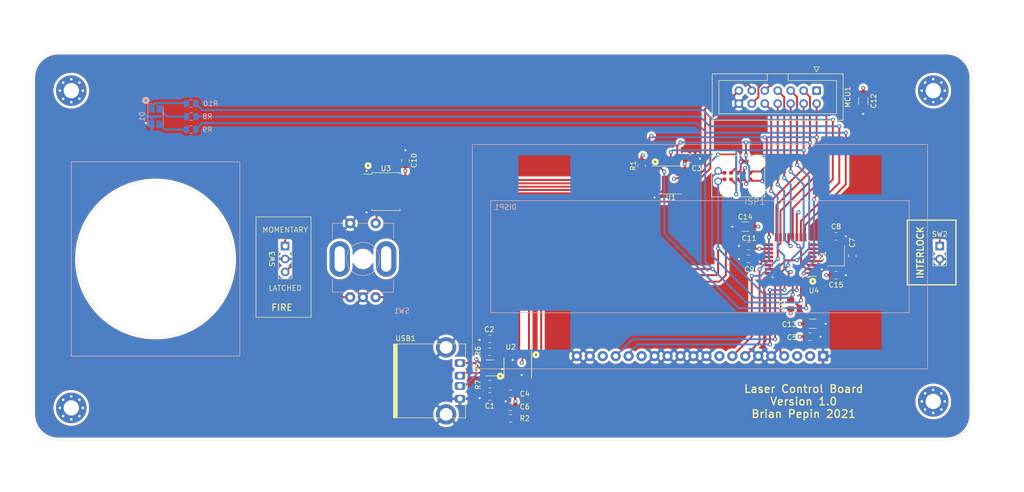
<source format=kicad_pcb>
(kicad_pcb (version 20211014) (generator pcbnew)
  (layers (0 "F.Cu" signal) (1 "In1.Cu" signal) (2 "In2.Cu" signal) (31 "B.Cu" signal) (34 "B.Paste" user) (35 "F.Paste" user) (36 "B.SilkS" user "B.Silkscreen") (37 "F.SilkS" user "F.Silkscreen") (38 "B.Mask" user) (39 "F.Mask" user) (44 "Edge.Cuts" user))
  (net 0 "")
  (net 1 "GND")
  (net 2 "USBD_N")
  (net 3 "USBD_P")
  (net 4 "+3V0")
  (net 5 "XTAL1")
  (net 6 "XTAL2")
  (net 7 "Net-(C9-Pad1)")
  (net 8 "Net-(D1-Pad4)")
  (net 9 "Net-(D1-Pad3)")
  (net 10 "DISP_CS")
  (net 11 "DISP_RES")
  (net 12 "DISP_DC")
  (net 13 "SCK")
  (net 14 "MOSI")
  (net 15 "MISO")
  (net 16 "ISP")
  (net 17 "RXD")
  (net 18 "TXD")
  (net 19 "RESET")
  (net 20 "INTERLOCK_SW")
  (net 21 "TEC_ENABLE")
  (net 22 "CS_TEC_SET")
  (net 23 "RST_LASER")
  (net 24 "INTERLOCK_EN")
  (net 25 "CS_CHARGE")
  (net 26 "CS_TEC_READ")
  (net 27 "TMP_LASER")
  (net 28 "CS_LASER")
  (net 29 "Net-(R1-Pad1)")
  (net 30 "LED_R")
  (net 31 "LED_G")
  (net 32 "LED_B")
  (net 33 "ENC_SEL_SW")
  (net 34 "ENC_A_SW")
  (net 35 "ENC_B_SW")
  (net 36 "FIRE_LATCH_SW")
  (net 37 "FIRE_MOM_SW")
  (net 38 "BUTTON_IRQ")
  (net 39 "FIRE_LATCH")
  (net 40 "FIRE_MOM")
  (net 41 "ENC_SEL")
  (net 42 "ENC_B")
  (net 43 "ENC_A")
  (net 44 "CS_BUTTONS")
  (net 45 "Net-(D1-Pad1)")
  (net 46 "Net-(R6-Pad1)")
  (net 47 "Net-(R7-Pad1)")
  (net 48 "Net-(U5-Pad5)")
  (net 49 "Net-(H1-Pad1)")
  (net 50 "Net-(H2-Pad1)")
  (net 51 "Net-(H3-Pad1)")
  (net 52 "Net-(H4-Pad1)")
  (footprint "Capacitor_SMD:C_0805_2012Metric" (layer "F.Cu") (at 180.975 81.915 180)
    (fp_text reference "C3")
    (fp_text value ".1uF")
  )
  (footprint "Capacitor_SMD:C_0805_2012Metric" (layer "F.Cu") (at 204.47 116.84 180)
    (fp_text reference "C5")
    (fp_text value ".1uF")
  )
  (footprint "Capacitor_SMD:C_0805_2012Metric" (layer "F.Cu") (at 212.725 100.965 90)
    (fp_text reference "C7")
    (fp_text value "18pF")
  )
  (footprint "Capacitor_SMD:C_0805_2012Metric" (layer "F.Cu") (at 209.55 97.155 180)
    (fp_text reference "C8")
    (fp_text value "18pF")
  )
  (footprint "Capacitor_SMD:C_0805_2012Metric" (layer "F.Cu") (at 192.405 101.6 180)
    (fp_text reference "C9")
    (fp_text value ".1uF")
  )
  (footprint "Capacitor_SMD:C_0805_2012Metric" (layer "F.Cu") (at 125.16 82.296 -90)
    (fp_text reference "C10")
    (fp_text value ".1uF")
  )
  (footprint "Capacitor_SMD:C_0805_2012Metric" (layer "F.Cu") (at 192.405 99.06)
    (fp_text reference "C11")
    (fp_text value ".1uF")
  )
  (footprint "Capacitor_SMD:C_1206_3216Metric" (layer "F.Cu") (at 204.978 114.3)
    (fp_text reference "C13")
    (fp_text value "22uF")
  )
  (footprint "Capacitor_SMD:C_1206_3216Metric" (layer "F.Cu") (at 191.77 95.25 180)
    (fp_text reference "C14")
    (fp_text value "22uF")
  )
  (footprint "pepin-footprints:TC2050-IDC" (layer "F.Cu") (at 194.056 85.344 180)
    (fp_text reference "ISP1")
    (fp_text value "AVR_ISP_10_SERIAL" hide)
  )
  (footprint "Connector_IDC:IDC-Header_2x07_P2.54mm_Vertical" (layer "F.Cu") (at 205.74 68.58 -90)
    (fp_text reference "MCU1")
    (fp_text value "2-1761603-5")
  )
  (footprint "Resistor_SMD:R_0805_2012Metric" (layer "F.Cu") (at 171.45 83.312 90)
    (fp_text reference "R1")
    (fp_text value "10k")
  )
  (footprint "Resistor_SMD:R_0805_2012Metric" (layer "F.Cu") (at 200.66 110.49 90)
    (fp_text reference "R3")
    (fp_text value "10k")
  )
  (footprint "Connector_PinHeader_2.54mm:PinHeader_1x02_P2.54mm_Vertical" (layer "F.Cu") (at 229.87 99.06)
    (fp_text reference "SW2")
    (fp_text value "KO128B2007")
  )
  (footprint "Connector_PinHeader_2.54mm:PinHeader_1x03_P2.54mm_Vertical" (layer "F.Cu") (at 101.6 99.06)
    (fp_text reference "SW3")
    (fp_text value "TRD11G10WL")
  )
  (footprint "Package_SO:TSSOP-16_4.4x5mm_P0.65mm" (layer "F.Cu") (at 177.038 86.106)
    (fp_text reference "U1")
    (fp_text value "XRA1402IG16TR-F")
  )
  (footprint "Package_SO:SSOP-20_5.3x7.2mm_P0.65mm" (layer "F.Cu") (at 121.35 88.392)
    (fp_text reference "U3")
    (fp_text value "MAX6818EAP+T")
  )
  (footprint "Package_QFP:TQFP-32_7x7mm_P0.8mm" (layer "F.Cu") (at 200.66 101.6 180)
    (fp_text reference "U4")
    (fp_text value "ATMEGA328P-AU")
  )
  (footprint "Crystal:Crystal_SMD_3225-4Pin_3.2x2.5mm" (layer "F.Cu") (at 209.55 100.965 90)
    (fp_text reference "Y1")
    (fp_text value "ABM8AIG-20.000MHZ-4-T")
  )
  (footprint "Capacitor_SMD:C_0805_2012Metric" (layer "F.Cu") (at 209.55 104.775)
    (fp_text reference "C15")
    (fp_text value ".1uF")
  )
  (footprint "Capacitor_SMD:C_1206_3216Metric" (layer "F.Cu") (at 214.884 70.612 -90)
    (fp_text reference "C12")
    (fp_text value "22uF")
  )
  (footprint "Components:USB-A1HSW6" (layer "F.Cu") (at 135.844 125.513 -90)
    (fp_text reference "USB1")
    (fp_text value "USB-A1HSW6")
  )
  (footprint "Resistor_SMD:R_0805_2012Metric" (layer "F.Cu") (at 145.75 132.879)
    (fp_text reference "R2")
    (fp_text value "10k")
  )
  (footprint "Resistor_SMD:R_0805_2012Metric" (layer "F.Cu") (at 141.686 119.798)
    (fp_text reference "R6")
    (fp_text value "27")
  )
  (footprint "Package_SO:SSOP-16_3.9x4.9mm_P0.635mm" (layer "F.Cu") (at 147.147 122.973 -90)
    (fp_text reference "U2")
    (fp_text value "FT230XS-U")
  )
  (footprint "Package_TO_SOT_SMD:SOT-23-6" (layer "F.Cu") (at 141.686 122.973 180)
    (fp_text reference "U5")
    (fp_text value "ESDALD05UD4")
  )
  (footprint "Resistor_SMD:R_0805_2012Metric" (layer "F.Cu") (at 141.686 126.148)
    (fp_text reference "R7")
    (fp_text value "27")
  )
  (footprint "Capacitor_SMD:C_0805_2012Metric" (layer "F.Cu") (at 145.75 130.593 180)
    (fp_text reference "C6")
    (fp_text value "4.7uF")
  )
  (footprint "Capacitor_SMD:C_0805_2012Metric" (layer "F.Cu") (at 141.686 117.258 180)
    (fp_text reference "C2")
    (fp_text value "47pF")
  )
  (footprint "Capacitor_SMD:C_0805_2012Metric" (layer "F.Cu") (at 145.75 128.053 180)
    (fp_text reference "C4")
    (fp_text value ".1uF")
  )
  (footprint "Capacitor_SMD:C_0805_2012Metric" (layer "F.Cu") (at 141.686 128.561 180)
    (fp_text reference "C1")
    (fp_text value "47pF")
  )
  (footprint "MountingHole:MountingHole_3mm_Pad_Via" (layer "F.Cu") (at 59.69 68.58)
    (fp_text reference "H1" hide)
    (fp_text value "MountingHole_Pad")
  )
  (footprint "MountingHole:MountingHole_3mm_Pad_Via" (layer "F.Cu") (at 228.6 68.58)
    (fp_text reference "H2" hide)
    (fp_text value "MountingHole_Pad")
  )
  (footprint "MountingHole:MountingHole_3mm_Pad_Via" (layer "F.Cu") (at 59.69 130.81)
    (fp_text reference "H3" hide)
    (fp_text value "MountingHole_Pad")
  )
  (footprint "MountingHole:MountingHole_3mm_Pad_Via" (layer "F.Cu") (at 228.6 129.54)
    (fp_text reference "H4" hide)
    (fp_text value "MountingHole_Pad")
  )
  (footprint "Resistor_SMD:R_0805_2012Metric" (layer "B.Cu") (at 83.185 73.66)
    (fp_text reference "R8")
    (fp_text value "175")
  )
  (footprint "Resistor_SMD:R_0805_2012Metric" (layer "B.Cu") (at 83.185 76.2)
    (fp_text reference "R9")
    (fp_text value "175")
  )
  (footprint "Resistor_SMD:R_0805_2012Metric" (layer "B.Cu") (at 83.185 71.12)
    (fp_text reference "R10")
    (fp_text value "600")
  )
  (footprint "Components:EN11-HSM" (layer "B.Cu") (at 116.84 101.6 180)
    (fp_text reference "SW1")
    (fp_text value "EN11-HSM1AF20")
  )
  (footprint "LED_SMD:LED_Avago_PLCC4_3.2x2.8mm_CW" (layer "B.Cu") (at 76.2 73.66 -90)
    (fp_text reference "D1")
    (fp_text value "AAA3528LSEKJ3ZGKQBKS")
  )
  (footprint "Components:NHD-3.12-25664UC" (layer "B.Cu") (at 182.88 101.6 180)
    (fp_text reference "DISP1")
    (fp_text value "NHD-3.12-25664UCW2")
  )
  (gr_line (start 92.71 82.55) (end 59.69 82.55) (layer "B.SilkS") (width 0.12))
  (gr_circle (center 74.295 70.485) (end 74.495 70.485) (layer "B.SilkS") (width 0.5) (fill none))
  (gr_line (start 59.69 120.65) (end 92.71 120.65) (layer "B.SilkS") (width 0.12))
  (gr_line (start 59.69 82.55) (end 59.69 120.65) (layer "B.SilkS") (width 0.12))
  (gr_line (start 92.71 120.65) (end 92.71 82.55) (layer "B.SilkS") (width 0.12))
  (gr_line (start 95.885 113.03) (end 95.885 93.345) (layer "F.SilkS") (width 0.12))
  (gr_line (start 223.52 106.68) (end 223.52 93.98) (layer "F.SilkS") (width 0.254))
  (gr_circle (center 174.117 82.55) (end 174.317 82.55) (layer "F.SilkS") (width 0.5) (fill none))
  (gr_circle (center 150.749 120.396) (end 150.949 120.396) (layer "F.SilkS") (width 0.5) (fill none))
  (gr_circle (center 143.764 124.587) (end 143.964 124.587) (layer "F.SilkS") (width 0.5) (fill none))
  (gr_circle (center 117.856 83.312) (end 118.056 83.312) (layer "F.SilkS") (width 0.5) (fill none))
  (gr_line (start 106.68 113.03) (end 95.885 113.03) (layer "F.SilkS") (width 0.12))
  (gr_line (start 95.885 93.345) (end 106.68 93.345) (layer "F.SilkS") (width 0.12))
  (gr_line (start 223.52 93.98) (end 233.045 93.98) (layer "F.SilkS") (width 0.254))
  (gr_circle (center 204.978 105.972) (end 205.178 105.972) (layer "F.SilkS") (width 0.5) (fill none))
  (gr_line (start 106.68 93.345) (end 106.68 113.03) (layer "F.SilkS") (width 0.12))
  (gr_line (start 233.045 106.68) (end 223.52 106.68) (layer "F.SilkS") (width 0.254))
  (gr_line (start 233.045 93.98) (end 233.045 106.68) (layer "F.SilkS") (width 0.254))
  (gr_line (start 52.07 132.08) (end 52.07 66.04) (layer "Edge.Cuts") (width 0.05))
  (gr_circle (center 76.2 101.6) (end 91.44 101.6) (layer "Edge.Cuts") (width 0.05) (fill none))
  (gr_arc (start 236.22 132.08) (mid 234.732102 135.672102) (end 231.14 137.16) (layer "Edge.Cuts") (width 0.05))
  (gr_arc (start 57.15 137.16) (mid 53.557898 135.672102) (end 52.07 132.08) (layer "Edge.Cuts") (width 0.05))
  (gr_line (start 236.22 66.04) (end 236.22 132.08) (layer "Edge.Cuts") (width 0.05))
  (gr_line (start 231.14 137.16) (end 57.15 137.16) (layer "Edge.Cuts") (width 0.05))
  (gr_arc (start 231.14 60.96) (mid 234.732102 62.447898) (end 236.22 66.04) (layer "Edge.Cuts") (width 0.05))
  (gr_arc (start 52.07 66.04) (mid 53.557898 62.447898) (end 57.15 60.96) (layer "Edge.Cuts") (width 0.05))
  (gr_line (start 57.15 60.96) (end 231.14 60.96) (layer "Edge.Cuts") (width 0.05))
  (gr_text "LATCHED" (at 101.6 107.315) (layer "F.SilkS") (effects (font (size 1.016 1.016) (thickness 0.127))))
  (gr_text "FIRE" (at 100.965 111.125) (layer "F.SilkS") (effects (font (size 1.27 1.27) (thickness 0.2032))))
  (gr_text "INTERLOCK" (at 226.06 100.33 90) (layer "F.SilkS") (effects (font (size 1.27 1.27) (thickness 0.254))))
  (gr_text "MOMENTARY" (at 101.6 95.885) (layer "F.SilkS") (effects (font (size 1.016 1.016) (thickness 0.127))))
  (gr_text "Laser Control Board\nVersion 1.0\nBrian Pepin 2021" (at 203.2 129.54) (layer "F.SilkS") (effects (font (size 1.524 1.524) (thickness 0.254))))
  (segment (start 144.8 130.593) (end 144.8 129.52) (width 0.508) (layer "F.Cu") (net 1))
  (segment (start 144.8 129.52) (end 144.8 128.053) (width 0.508) (layer "F.Cu") (net 1))
  (segment (start 146.1945 121.390513) (end 146.170546 121.414467) (width 0.381) (layer "F.Cu") (net 1))
  (segment (start 146.1945 120.373) (end 146.1945 121.390513) (width 0.381) (layer "F.Cu") (net 1))
  (segment (start 139.917 117.258) (end 139.7 117.475) (width 0.381) (layer "F.Cu") (net 1))
  (segment (start 140.736 117.258) (end 139.917 117.258) (width 0.381) (layer "F.Cu") (net 1))
  (segment (start 147.4645 125.573) (end 147.4645 124.592) (width 0.381) (layer "F.Cu") (net 1))
  (segment (start 147.686702 124.369798) (end 147.955 124.369798) (width 0.381) (layer "F.Cu") (net 1))
  (segment (start 147.4645 124.592) (end 147.686702 124.369798) (width 0.381) (layer "F.Cu") (net 1))
  (segment (start 142.786 122.973) (end 143.928 122.973) (width 0.381) (layer "F.Cu") (net 1))
  (segment (start 143.928 122.973) (end 144.145 123.19) (width 0.381) (layer "F.Cu") (net 1))
  (segment (start 140.044 128.561) (end 139.7 128.905) (width 0.381) (layer "F.Cu") (net 1))
  (segment (start 140.736 128.561) (end 140.044 128.561) (width 0.381) (layer "F.Cu") (net 1))
  (segment (start 146.1945 120.373) (end 146.8295 120.373) (width 0.381) (layer "F.Cu") (net 1))
  (segment (start 203.708 102.485902) (end 203.708 101.514098) (width 0.381) (layer "F.Cu") (net 1))
  (segment (start 205.924 102.8) (end 206.756 103.632) (width 0.381) (layer "F.Cu") (net 1))
  (segment (start 204.022098 101.2) (end 204.91 101.2) (width 0.381) (layer "F.Cu") (net 1))
  (segment (start 196.41 102) (end 194.672 102) (width 0.508) (layer "F.Cu") (net 1))
  (segment (start 190.295 95.25) (end 189.23 95.25) (width 0.508) (layer "F.Cu") (net 1))
  (segment (start 181.925 81.915) (end 182.88 81.915) (width 0.508) (layer "F.Cu") (net 1))
  (segment (start 210.4 99.865) (end 212.575 99.865) (width 0.381) (layer "F.Cu") (net 1))
  (segment (start 204.91 102.8) (end 204.022098 102.8) (width 0.381) (layer "F.Cu") (net 1))
  (segment (start 212.575 99.865) (end 212.725 100.015) (width 0.381) (layer "F.Cu") (net 1))
  (segment (start 125.16 81.346) (end 125.16 80.264) (width 0.381) (layer "F.Cu") (net 1))
  (segment (start 117.85 92.146) (end 117.54 92.456) (width 0.381) (layer "F.Cu") (net 1))
  (segment (start 205.42 116.84) (end 206.502 116.84) (width 0.508) (layer "F.Cu") (net 1))
  (segment (start 190.246 84.709) (end 190.881 84.074) (width 0.381) (layer "F.Cu") (net 1))
  (segment (start 117.85 90.667) (end 117.85 91.317) (width 0.381) (layer "F.Cu") (net 1))
  (segment (start 210.5 97.155) (end 211.455 97.155) (width 0.381) (layer "F.Cu") (net 1))
  (segment (start 210.5 99.765) (end 210.4 99.865) (width 0.381) (layer "F.Cu") (net 1))
  (segment (start 194.969389 86.257389) (end 195.072 86.36) (width 0.381) (layer "F.Cu") (net 1))
  (segment (start 174.1755 89.3495) (end 173.99 89.535) (width 0.381) (layer "F.Cu") (net 1))
  (segment (start 204.022098 102.8) (end 203.708 102.485902) (width 0.381) (layer "F.Cu") (net 1))
  (segment (start 210.4 100.167902) (end 210.4 99.865) (width 0.381) (layer "F.Cu") (net 1))
  (segment (start 208.7 102.065) (end 208.7 101.867902) (width 0.381) (layer "F.Cu") (net 1))
  (segment (start 194.672 102) (end 194.564 102.108) (width 0.508) (layer "F.Cu") (net 1))
  (segment (start 214.884 72.087) (end 214.884 73.152) (width 0.508) (layer "F.Cu") (net 1))
  (segment (start 190.881 84.074) (end 190.881 82.55) (width 0.381) (layer "F.Cu") (net 1))
  (segment (start 203.708 101.514098) (end 204.022098 101.2) (width 0.381) (layer "F.Cu") (net 1))
  (segment (start 117.85 84.638) (end 117.54 84.328) (width 0.381) (layer "F.Cu") (net 1))
  (segment (start 204.943447 101.233447) (end 204.91 101.2) (width 0.381) (layer "F.Cu") (net 1))
  (segment (start 117.85 89.367) (end 117.85 90.017) (width 0.381) (layer "F.Cu") (net 1))
  (segment (start 191.455 99.06) (end 190.5 99.06) (width 0.508) (layer "F.Cu") (net 1))
  (segment (start 206.453 114.3) (end 207.518 114.3) (width 0.508) (layer "F.Cu") (net 1))
  (segment (start 192.786 85.979) (end 193.064389 86.257389) (width 0.381) (layer "F.Cu") (net 1))
  (segment (start 117.85 85.467) (end 117.85 84.638) (width 0.381) (layer "F.Cu") (net 1))
  (segment (start 208.7 102.975) (end 210.5 104.775) (width 0.381) (layer "F.Cu") (net 1))
  (segment (start 193.064389 86.257389) (end 194.969389 86.257389) (width 0.381) (layer "F.Cu") (net 1))
  (segment (start 210.5 104.775) (end 211.455 104.775) (width 0.381) (layer "F.Cu") (net 1))
  (segment (start 191.455 101.6) (end 190.5 101.6) (width 0.508) (layer "F.Cu") (net 1))
  (segment (start 174.1755 88.381) (end 174.1755 89.3495) (width 0.381) (layer "F.Cu") (net 1))
  (segment (start 208.7 102.065) (end 208.7 102.975) (width 0.381) (layer "F.Cu") (net 1))
  (segment (start 117.85 91.317) (end 117.85 92.146) (width 0.381) (layer "F.Cu") (net 1))
  (segment (start 117.85 90.017) (end 117.85 90.667) (width 0.381) (layer "F.Cu") (net 1))
  (segment (start 210.5 97.155) (end 210.5 99.765) (width 0.381) (layer "F.Cu") (net 1))
  (segment (start 204.91 102.8) (end 205.924 102.8) (width 0.381) (layer "F.Cu") (net 1))
  (via (at 146.170546 121.414467) (size 0.8) (drill 0.4) (layers "F.Cu" "B.Cu") (net 1))
  (via (at 139.7 117.475) (size 0.8) (drill 0.4) (layers "F.Cu" "B.Cu") (net 1))
  (via (at 147.955 124.369798) (size 0.8) (drill 0.4) (layers "F.Cu" "B.Cu") (net 1))
  (via (at 144.145 123.19) (size 0.8) (drill 0.4) (layers "F.Cu" "B.Cu") (net 1))
  (via (at 144.8 129.52) (size 0.8) (drill 0.4) (layers "F.Cu" "B.Cu") (net 1))
  (via (at 139.7 128.905) (size 0.8) (drill 0.4) (layers "F.Cu" "B.Cu") (net 1))
  (via (at 117.54 92.456) (size 0.8) (drill 0.4) (layers "F.Cu" "B.Cu") (net 1))
  (via (at 189.23 95.25) (size 0.8) (drill 0.4) (layers "F.Cu" "B.Cu") (net 1))
  (via (at 214.884 73.152) (size 0.8) (drill 0.4) (layers "F.Cu" "B.Cu") (net 1))
  (via (at 206.502 116.84) (size 0.8) (drill 0.4) (layers "F.Cu" "B.Cu") (net 1))
  (via (at 117.54 84.328) (size 0.8) (drill 0.4) (layers "F.Cu" "B.Cu") (net 1))
  (via (at 206.756 103.632) (size 0.8) (drill 0.4) (layers "F.Cu" "B.Cu") (net 1))
  (via (at 194.564 102.108) (size 0.8) (drill 0.4) (layers "F.Cu" "B.Cu") (net 1))
  (via (at 190.881 82.55) (size 0.8) (drill 0.4) (layers "F.Cu" "B.Cu") (net 1))
  (via (at 211.455 97.155) (size 0.8) (drill 0.4) (layers "F.Cu" "B.Cu") (net 1))
  (via (at 182.88 81.915) (size 0.8) (drill 0.4) (layers "F.Cu" "B.Cu") (net 1))
  (via (at 190.5 101.6) (size 0.8) (drill 0.4) (layers "F.Cu" "B.Cu") (net 1))
  (via (at 190.5 99.06) (size 0.8) (drill 0.4) (layers "F.Cu" "B.Cu") (net 1))
  (via (at 207.518 114.3) (size 0.8) (drill 0.4) (layers "F.Cu" "B.Cu") (net 1))
  (via (at 173.99 89.535) (size 0.8) (drill 0.4) (layers "F.Cu" "B.Cu") (net 1))
  (via (at 74.295 74.93) (size 0.8) (drill 0.4) (layers "F.Cu" "B.Cu") (net 1))
  (via (at 211.455 104.775) (size 0.8) (drill 0.4) (layers "F.Cu" "B.Cu") (net 1))
  (via (at 125.16 80.264) (size 0.8) (drill 0.4) (layers "F.Cu" "B.Cu") (net 1))
  (via (at 195.072 86.36) (size 0.8) (drill 0.4) (layers "F.Cu" "B.Cu") (net 1))
  (segment (start 75.45 75.16) (end 74.525 75.16) (width 0.381) (layer "B.Cu") (net 1))
  (segment (start 74.525 75.16) (end 74.295 74.93) (width 0.381) (layer "B.Cu") (net 1))
  (segment (start 144.9245 125.573) (end 143.1735 125.573) (width 0.381) (layer "F.Cu") (net 2))
  (segment (start 143.1735 125.573) (end 142.5985 126.148) (width 0.381) (layer "F.Cu") (net 2))
  (segment (start 142.5985 128.5235) (end 142.636 128.561) (width 0.381) (layer "F.Cu") (net 2))
  (segment (start 142.5985 126.148) (end 142.5985 128.5235) (width 0.381) (layer "F.Cu") (net 2))
  (segment (start 142.5985 119.798) (end 142.5985 117.2955) (width 0.381) (layer "F.Cu") (net 3))
  (segment (start 142.5985 117.2955) (end 142.636 117.258) (width 0.381) (layer "F.Cu") (net 3))
  (segment (start 144.9245 120.373) (end 143.1735 120.373) (width 0.381) (layer "F.Cu") (net 3))
  (segment (start 143.1735 120.373) (end 142.5985 119.798) (width 0.381) (layer "F.Cu") (net 3))
  (segment (start 194.532 99.6) (end 193.895 99.6) (width 0.381) (layer "F.Cu") (net 4))
  (segment (start 179.9005 82.9895) (end 179.9005 82.0395) (width 0.381) (layer "F.Cu") (net 4))
  (segment (start 125.16 84.328) (end 125.16 85.11249) (width 0.381) (layer "F.Cu") (net 4))
  (segment (start 146.8295 126.8555) (end 146.8295 127.9235) (width 0.381) (layer "F.Cu") (net 4))
  (segment (start 146.8295 127.9235) (end 146.7 128.053) (width 0.381) (layer "F.Cu") (net 4))
  (segment (start 146.8295 125.573) (end 146.8295 126.8555) (width 0.381) (layer "F.Cu") (net 4))
  (segment (start 148.0995 121.7755) (end 147.955 121.92) (width 0.381) (layer "F.Cu") (net 4))
  (segment (start 148.0995 120.373) (end 148.0995 121.7755) (width 0.381) (layer "F.Cu") (net 4))
  (segment (start 146.7 129.525) (end 146.7 130.593) (width 0.508) (layer "F.Cu") (net 4))
  (segment (start 146.7 128.053) (end 146.7 129.525) (width 0.508) (layer "F.Cu") (net 4))
  (segment (start 146.7 130.593) (end 146.7 132.8415) (width 0.508) (layer "F.Cu") (net 4))
  (segment (start 146.7 132.8415) (end 146.6625 132.879) (width 0.508) (layer "F.Cu") (net 4))
  (segment (start 206.756 102) (end 206.756 101.6) (width 0.381) (layer "F.Cu") (net 4))
  (segment (start 208.6 104.775) (end 207.645 104.775) (width 0.381) (layer "F.Cu") (net 4))
  (segment (start 145.722099 124.632499) (end 145.5595 124.795098) (width 0.381) (layer "F.Cu") (net 4))
  (segment (start 179.9005 82.0395) (end 180.025 81.915) (width 0.381) (layer "F.Cu") (net 4))
  (segment (start 203.503 114.3) (end 202.438 114.3) (width 0.508) (layer "F.Cu") (net 4))
  (segment (start 191.516 84.709) (end 191.516 83.946997) (width 0.381) (layer "F.Cu") (net 4))
  (segment (start 146.8295 125.573) (end 146.8295 124.795098) (width 0.381) (layer "F.Cu") (net 4))
  (segment (start 125.16 83.246) (end 125.16 84.328) (width 0.381) (layer "F.Cu") (net 4))
  (segment (start 179.9005 83.831) (end 179.9005 82.9895) (width 0.381) (layer "F.Cu") (net 4))
  (segment (start 200.66 111.4025) (end 200.66 112.268) (width 0.508) (layer "F.Cu") (net 4))
  (segment (start 171.45 82.3995) (end 171.45 81.534) (width 0.508) (layer "F.Cu") (net 4))
  (segment (start 206.756 101.6) (end 206.756 100.971049) (width 0.381) (layer "F.Cu") (net 4))
  (segment (start 214.884 69.137) (end 214.884 68.072) (width 0.508) (layer "F.Cu") (net 4))
  (segment (start 193.245 95.25) (end 194.31 95.25) (width 0.508) (layer "F.Cu") (net 4))
  (segment (start 145.5595 124.795098) (end 145.5595 125.573) (width 0.381) (layer "F.Cu") (net 4))
  (segment (start 206.184951 100.4) (end 204.91 100.4) (width 0.381) (layer "F.Cu") (net 4))
  (segment (start 146.666901 124.632499) (end 145.722099 124.632499) (width 0.381) (layer "F.Cu") (net 4))
  (segment (start 171.45 81.534) (end 171.704 81.28) (width 0.508) (layer "F.Cu") (net 4))
  (segment (start 146.8295 124.795098) (end 146.666901 124.632499) (width 0.381) (layer "F.Cu") (net 4))
  (segment (start 204.91 102) (end 206.756 102) (width 0.381) (layer "F.Cu") (net 4))
  (segment (start 206.756 101.6) (end 206.756 101.6) (width 0.381) (layer "F.Cu") (net 4))
  (segment (start 193.895 99.6) (end 193.355 99.06) (width 0.381) (layer "F.Cu") (net 4))
  (segment (start 203.52 116.84) (end 202.438 116.84) (width 0.508) (layer "F.Cu") (net 4))
  (segment (start 206.756 100.971049) (end 206.184951 100.4) (width 0.381) (layer "F.Cu") (net 4))
  (segment (start 196.41 99.6) (end 194.532 99.6) (width 0.381) (layer "F.Cu") (net 4))
  (segment (start 125.16 85.11249) (end 124.85 85.42249) (width 0.381) (layer "F.Cu") (net 4))
  (segment (start 191.516 83.946997) (end 191.734721 83.728276) (width 0.381) (layer "F.Cu") (net 4))
  (via (at 146.7 129.525) (size 0.8) (drill 0.4) (layers "F.Cu" "B.Cu") (net 4))
  (via (at 147.955 121.92) (size 0.8) (drill 0.4) (layers "F.Cu" "B.Cu") (net 4))
  (via (at 206.756 101.6) (size 0.8) (drill 0.4) (layers "F.Cu" "B.Cu") (net 4))
  (via (at 202.438 116.84) (size 0.8) (drill 0.4) (layers "F.Cu" "B.Cu") (net 4))
  (via (at 125.16 84.328) (size 0.8) (drill 0.4) (layers "F.Cu" "B.Cu") (net 4))
  (via (at 207.645 104.775) (size 0.8) (drill 0.4) (layers "F.Cu" "B.Cu") (net 4))
  (via (at 191.734721 83.728276) (size 0.8) (drill 0.4) (layers "F.Cu" "B.Cu") (net 4))
  (via (at 214.884 68.072) (size 0.8) (drill 0.4) (layers "F.Cu" "B.Cu") (net 4))
  (via (at 171.704 81.28) (size 0.8) (drill 0.4) (layers "F.Cu" "B.Cu") (net 4))
  (via (at 202.438 114.3) (size 0.8) (drill 0.4) (layers "F.Cu" "B.Cu") (net 4))
  (via (at 179.9005 82.9895) (size 0.8) (drill 0.4) (layers "F.Cu" "B.Cu") (net 4))
  (via (at 200.66 112.268) (size 0.8) (drill 0.4) (layers "F.Cu" "B.Cu") (net 4))
  (via (at 194.532 99.6) (size 0.8) (drill 0.4) (layers "F.Cu" "B.Cu") (net 4))
  (via (at 194.31 95.25) (size 0.8) (drill 0.4) (layers "F.Cu" "B.Cu") (net 4))
  (segment (start 207.946597 101.024499) (end 209.572401 101.024499) (width 0.381) (layer "F.Cu") (net 5))
  (segment (start 210.4 101.852098) (end 210.4 102.065) (width 0.381) (layer "F.Cu") (net 5))
  (segment (start 204.91 99.6) (end 206.522098 99.6) (width 0.381) (layer "F.Cu") (net 5))
  (segment (start 212.575 102.065) (end 212.725 101.915) (width 0.381) (layer "F.Cu") (net 5))
  (segment (start 209.572401 101.024499) (end 210.4 101.852098) (width 0.381) (layer "F.Cu") (net 5))
  (segment (start 206.522098 99.6) (end 207.946597 101.024499) (width 0.381) (layer "F.Cu") (net 5))
  (segment (start 210.4 102.065) (end 212.575 102.065) (width 0.381) (layer "F.Cu") (net 5))
  (segment (start 207.0655 98.8) (end 208.1305 99.865) (width 0.381) (layer "F.Cu") (net 6))
  (segment (start 208.7 97.255) (end 208.6 97.155) (width 0.254) (layer "F.Cu") (net 6))
  (segment (start 208.6 99.765) (end 208.7 99.865) (width 0.381) (layer "F.Cu") (net 6))
  (segment (start 204.91 98.8) (end 207.0655 98.8) (width 0.381) (layer "F.Cu") (net 6))
  (segment (start 208.1305 99.865) (end 208.7 99.865) (width 0.381) (layer "F.Cu") (net 6))
  (segment (start 208.6 97.155) (end 208.6 99.765) (width 0.381) (layer "F.Cu") (net 6))
  (segment (start 193.355 101.6) (end 193.755 101.2) (width 0.381) (layer "F.Cu") (net 7))
  (segment (start 193.755 101.2) (end 196.41 101.2) (width 0.381) (layer "F.Cu") (net 7))
  (segment (start 78.45 73.66) (end 76.95 72.16) (width 0.381) (layer "B.Cu") (net 8))
  (segment (start 78.45 73.66) (end 82.2725 73.66) (width 0.381) (layer "B.Cu") (net 8))
  (segment (start 79.7325 76.2) (end 77.99 76.2) (width 0.381) (layer "B.Cu") (net 9))
  (segment (start 77.99 76.2) (end 76.95 75.16) (width 0.381) (layer "B.Cu") (net 9))
  (segment (start 79.7325 76.2) (end 82.2725 76.2) (width 0.381) (layer "B.Cu") (net 9))
  (segment (start 197.612 106.098) (end 197.612 117.348) (width 0.381) (layer "F.Cu") (net 10))
  (segment (start 197.86 105.85) (end 197.612 106.098) (width 0.381) (layer "F.Cu") (net 10))
  (via (at 197.612 117.348) (size 0.8) (drill 0.4) (layers "F.Cu" "B.Cu") (net 10))
  (segment (start 166.37 120.65) (end 169.672 117.348) (width 0.381) (layer "B.Cu") (net 10))
  (segment (start 193.701954 117.348) (end 197.612 117.348) (width 0.381) (layer "B.Cu") (net 10))
  (segment (start 169.672 117.348) (end 193.701954 117.348) (width 0.381) (layer "B.Cu") (net 10))
  (segment (start 196.596 118.364) (end 196.596 107.696) (width 0.381) (layer "F.Cu") (net 11))
  (segment (start 199.46 107.6865) (end 199.4505 107.696) (width 0.381) (layer "F.Cu") (net 11))
  (segment (start 199.46 105.85) (end 199.46 107.6865) (width 0.381) (layer "F.Cu") (net 11))
  (via (at 199.4505 107.696) (size 0.8) (drill 0.4) (layers "F.Cu" "B.Cu") (net 11))
  (via (at 196.596 118.364) (size 0.8) (drill 0.4) (layers "F.Cu" "B.Cu") (net 11))
  (via (at 196.596 107.696) (size 0.8) (drill 0.4) (layers "F.Cu" "B.Cu") (net 11))
  (segment (start 168.91 120.142) (end 168.91 120.65) (width 0.381) (layer "B.Cu") (net 11))
  (segment (start 199.4505 107.696) (end 196.596 107.696) (width 0.381) (layer "B.Cu") (net 11))
  (segment (start 170.688 118.364) (end 168.91 120.142) (width 0.381) (layer "B.Cu") (net 11))
  (segment (start 196.596 118.364) (end 170.688 118.364) (width 0.381) (layer "B.Cu") (net 11))
  (segment (start 198.66 119.92) (end 199.39 120.65) (width 0.381) (layer "F.Cu") (net 12))
  (segment (start 198.66 105.85) (end 198.66 119.92) (width 0.381) (layer "F.Cu") (net 12))
  (segment (start 203.2 80.264) (end 203.2 79.248) (width 0.381) (layer "F.Cu") (net 13))
  (segment (start 191.77 120.65) (end 194.564 117.856) (width 0.381) (layer "F.Cu") (net 13))
  (segment (start 196.41 97.214) (end 196.41 90.61) (width 0.381) (layer "F.Cu") (net 13))
  (segment (start 188.976 85.979) (end 189.992 86.995) (width 0.381) (layer "F.Cu") (net 13))
  (segment (start 196.41 98.8) (end 196.41 97.35) (width 0.381) (layer "F.Cu") (net 13))
  (segment (start 178.39432 85.131) (end 177.165 83.90168) (width 0.381) (layer "F.Cu") (net 13))
  (segment (start 189.992 86.995) (end 189.992 88.9) (width 0.381) (layer "F.Cu") (net 13))
  (segment (start 177.165 83.90168) (end 177.165 80.645) (width 0.381) (layer "F.Cu") (net 13))
  (segment (start 203.2 83.82) (end 203.2 80.264) (width 0.381) (layer "F.Cu") (net 13))
  (segment (start 196.41 97.35) (end 196.41 97.214) (width 0.381) (layer "F.Cu") (net 13))
  (segment (start 203.2 71.12) (end 203.2 79.248) (width 0.381) (layer "F.Cu") (net 13))
  (segment (start 196.41 90.61) (end 203.2 83.82) (width 0.381) (layer "F.Cu") (net 13))
  (segment (start 194.564 117.856) (end 194.564 103.632) (width 0.381) (layer "F.Cu") (net 13))
  (segment (start 179.9005 85.131) (end 178.39432 85.131) (width 0.381) (layer "F.Cu") (net 13))
  (via (at 194.564 103.632) (size 0.8) (drill 0.4) (layers "F.Cu" "B.Cu") (net 13))
  (via (at 203.2 80.264) (size 0.8) (drill 0.4) (layers "F.Cu" "B.Cu") (net 13))
  (via (at 196.41 97.35) (size 0.8) (drill 0.4) (layers "F.Cu" "B.Cu") (net 13))
  (via (at 177.165 80.645) (size 0.8) (drill 0.4) (layers "F.Cu" "B.Cu") (net 13))
  (via (at 189.992 88.9) (size 0.8) (drill 0.4) (layers "F.Cu" "B.Cu") (net 13))
  (segment (start 203.2 80.264) (end 190.373 80.264) (width 0.381) (layer "B.Cu") (net 13))
  (segment (start 194.564 103.632) (end 196.41 101.786) (width 0.381) (layer "B.Cu") (net 13))
  (segment (start 177.546 80.264) (end 177.165 80.645) (width 0.381) (layer "B.Cu") (net 13))
  (segment (start 189.992 80.645) (end 189.992 88.9) (width 0.381) (layer "B.Cu") (net 13))
  (segment (start 190.373 80.264) (end 177.546 80.264) (width 0.381) (layer "B.Cu") (net 13))
  (segment (start 190.373 80.264) (end 189.992 80.645) (width 0.381) (layer "B.Cu") (net 13))
  (segment (start 196.41 101.786) (end 196.41 97.35) (width 0.381) (layer "B.Cu") (net 13))
  (segment (start 205.74 77.724) (end 205.74 71.12) (width 0.381) (layer "F.Cu") (net 14))
  (segment (start 195.979999 83.215369) (end 195.979999 78.123999) (width 0.381) (layer "F.Cu") (net 14))
  (segment (start 172.955001 84.041689) (end 172.955001 77.869999) (width 0.381) (layer "F.Cu") (net 14))
  (segment (start 198.66 92.17) (end 205.74 85.09) (width 0.381) (layer "F.Cu") (net 14))
  (segment (start 198.66 97.35) (end 198.66 98.52) (width 0.381) (layer "F.Cu") (net 14))
  (segment (start 173.394312 84.481) (end 172.955001 84.041689) (width 0.381) (layer "F.Cu") (net 14))
  (segment (start 193.064389 84.430611) (end 194.764757 84.430611) (width 0.381) (layer "F.Cu") (net 14))
  (segment (start 174.1755 84.481) (end 173.394312 84.481) (width 0.381) (layer "F.Cu") (net 14))
  (segment (start 192.786 84.709) (end 193.064389 84.430611) (width 0.381) (layer "F.Cu") (net 14))
  (segment (start 189.23 120.65) (end 193.04 116.84) (width 0.381) (layer "F.Cu") (net 14))
  (segment (start 193.04 116.84) (end 193.04 104.902003) (width 0.381) (layer "F.Cu") (net 14))
  (segment (start 205.74 85.09) (end 205.74 77.724) (width 0.381) (layer "F.Cu") (net 14))
  (segment (start 172.955001 77.869999) (end 173.355 77.47) (width 0.381) (layer "F.Cu") (net 14))
  (segment (start 198.66 98.52) (end 198.12 99.06) (width 0.381) (layer "F.Cu") (net 14))
  (segment (start 195.979999 78.123999) (end 195.58 77.724) (width 0.381) (layer "F.Cu") (net 14))
  (segment (start 198.66 97.35) (end 198.66 92.17) (width 0.381) (layer "F.Cu") (net 14))
  (segment (start 198.12 99.06) (end 198.12 101.6) (width 0.381) (layer "F.Cu") (net 14))
  (segment (start 194.764757 84.430611) (end 195.979999 83.215369) (width 0.381) (layer "F.Cu") (net 14))
  (via (at 173.355 77.47) (size 0.8) (drill 0.4) (layers "F.Cu" "B.Cu") (net 14))
  (via (at 193.04 104.902003) (size 0.8) (drill 0.4) (layers "F.Cu" "B.Cu") (net 14))
  (via (at 195.58 77.724) (size 0.8) (drill 0.4) (layers "F.Cu" "B.Cu") (net 14))
  (via (at 205.74 77.724) (size 0.8) (drill 0.4) (layers "F.Cu" "B.Cu") (net 14))
  (via (at 198.12 101.6) (size 0.8) (drill 0.4) (layers "F.Cu" "B.Cu") (net 14))
  (segment (start 193.04 104.902003) (end 194.817997 104.902003) (width 0.381) (layer "B.Cu") (net 14))
  (segment (start 205.74 77.724) (end 195.58 77.724) (width 0.381) (layer "B.Cu") (net 14))
  (segment (start 194.817997 104.902003) (end 198.12 101.6) (width 0.381) (layer "B.Cu") (net 14))
  (segment (start 173.609 77.724) (end 173.355 77.47) (width 0.381) (layer "B.Cu") (net 14))
  (segment (start 195.58 77.724) (end 173.609 77.724) (width 0.381) (layer "B.Cu") (net 14))
  (segment (start 204.440501 78.515499) (end 204.440501 81.055499) (width 0.381) (layer "F.Cu") (net 15))
  (segment (start 197.86 97.35) (end 197.86 91.065) (width 0.381) (layer "F.Cu") (net 15))
  (segment (start 191.896974 78.74) (end 191.896974 81.279974) (width 0.381) (layer "F.Cu") (net 15))
  (segment (start 191.92871 86.39171) (end 191.92871 86.868) (width 0.381) (layer "F.Cu") (net 15))
  (segment (start 178.435 79.375) (end 179.07 78.74) (width 0.381) (layer "F.Cu") (net 15))
  (segment (start 179.119312 84.481) (end 178.435 83.796688) (width 0.381) (layer "F.Cu") (net 15))
  (segment (start 204.440501 69.820501) (end 204.440501 78.515499) (width 0.381) (layer "F.Cu") (net 15))
  (segment (start 179.9005 84.481) (end 179.119312 84.481) (width 0.381) (layer "F.Cu") (net 15))
  (segment (start 178.435 83.796688) (end 178.435 79.375) (width 0.381) (layer "F.Cu") (net 15))
  (segment (start 191.896974 81.279974) (end 191.897 81.28) (width 0.381) (layer "F.Cu") (net 15))
  (segment (start 191.516 85.979) (end 191.92871 86.39171) (width 0.381) (layer "F.Cu") (net 15))
  (segment (start 197.86 91.065) (end 204.440501 84.484499) (width 0.381) (layer "F.Cu") (net 15))
  (segment (start 203.2 68.58) (end 204.440501 69.820501) (width 0.381) (layer "F.Cu") (net 15))
  (segment (start 204.440501 84.484499) (end 204.440501 81.055499) (width 0.381) (layer "F.Cu") (net 15))
  (via (at 179.07 78.74) (size 0.8) (drill 0.4) (layers "F.Cu" "B.Cu") (net 15))
  (via (at 204.440501 78.74) (size 0.8) (drill 0.4) (layers "F.Cu" "B.Cu") (net 15))
  (via (at 191.896974 78.74) (size 0.8) (drill 0.4) (layers "F.Cu" "B.Cu") (net 15))
  (via (at 191.92871 86.868) (size 0.8) (drill 0.4) (layers "F.Cu" "B.Cu") (net 15))
  (via (at 191.897 81.28) (size 0.8) (drill 0.4) (layers "F.Cu" "B.Cu") (net 15))
  (segment (start 192.538301 86.258409) (end 192.538301 83.445301) (width 0.381) (layer "B.Cu") (net 15))
  (segment (start 204.440501 78.74) (end 191.896974 78.74) (width 0.381) (layer "B.Cu") (net 15))
  (segment (start 191.897 82.804) (end 191.897 81.28) (width 0.381) (layer "B.Cu") (net 15))
  (segment (start 191.92871 86.868) (end 192.538301 86.258409) (width 0.381) (layer "B.Cu") (net 15))
  (segment (start 179.518328 78.74) (end 179.07 78.74) (width 0.381) (layer "B.Cu") (net 15))
  (segment (start 179.518328 78.74) (end 191.896974 78.74) (width 0.381) (layer "B.Cu") (net 15))
  (segment (start 192.538301 83.445301) (end 191.897 82.804) (width 0.381) (layer "B.Cu") (net 15))
  (segment (start 146.1945 125.573) (end 146.1945 126.923154) (width 0.381) (layer "F.Cu") (net 16))
  (segment (start 145.69371 127.423944) (end 145.69371 132.02279) (width 0.381) (layer "F.Cu") (net 16))
  (segment (start 146.1945 126.923154) (end 145.69371 127.423944) (width 0.381) (layer "F.Cu") (net 16))
  (segment (start 145.69371 132.02279) (end 144.8375 132.879) (width 0.381) (layer "F.Cu") (net 16))
  (segment (start 145.99675 134.62) (end 150.495 134.62) (width 0.381) (layer "F.Cu") (net 16))
  (segment (start 187.96 104.775) (end 187.96 92.725839) (width 0.381) (layer "F.Cu") (net 16))
  (segment (start 186.69 106.045) (end 187.96 104.775) (width 0.381) (layer "F.Cu") (net 16))
  (segment (start 151.765 108.585) (end 154.305 106.045) (width 0.381) (layer "F.Cu") (net 16))
  (segment (start 187.96 92.725839) (end 191.135 89.550839) (width 0.381) (layer "F.Cu") (net 16))
  (segment (start 144.8375 133.46075) (end 145.99675 134.62) (width 0.381) (layer "F.Cu") (net 16))
  (segment (start 150.495 134.62) (end 151.765 133.35) (width 0.381) (layer "F.Cu") (net 16))
  (segment (start 144.8375 132.879) (end 144.8375 133.46075) (width 0.381) (layer "F.Cu") (net 16))
  (segment (start 151.765 133.35) (end 151.765 108.585) (width 0.381) (layer "F.Cu") (net 16))
  (segment (start 191.135 89.550839) (end 191.135 86.868) (width 0.381) (layer "F.Cu") (net 16))
  (segment (start 191.135 86.868) (end 190.246 85.979) (width 0.381) (layer "F.Cu") (net 16))
  (segment (start 154.305 106.045) (end 186.69 106.045) (width 0.381) (layer "F.Cu") (net 16))
  (segment (start 186.055 104.775) (end 186.436 104.394) (width 0.381) (layer "F.Cu") (net 17))
  (segment (start 186.817 85.979) (end 186.436 86.36) (width 0.381) (layer "F.Cu") (net 17))
  (segment (start 201.86 105.85) (end 201.86 107.6865) (width 0.381) (layer "F.Cu") (net 17))
  (segment (start 149.3695 120.373) (end 149.3695 108.4405) (width 0.381) (layer "F.Cu") (net 17))
  (segment (start 187.706 85.979) (end 186.817 85.979) (width 0.381) (layer "F.Cu") (net 17))
  (segment (start 186.436 104.394) (end 186.436 99.547865) (width 0.381) (layer "F.Cu") (net 17))
  (segment (start 153.035 104.775) (end 186.055 104.775) (width 0.381) (layer "F.Cu") (net 17))
  (segment (start 149.3695 108.4405) (end 153.035 104.775) (width 0.381) (layer "F.Cu") (net 17))
  (segment (start 201.86 107.6865) (end 201.8505 107.696) (width 0.381) (layer "F.Cu") (net 17))
  (via (at 186.436 99.547865) (size 0.8) (drill 0.4) (layers "F.Cu" "B.Cu") (net 17))
  (via (at 201.8505 107.696) (size 0.8) (drill 0.4) (layers "F.Cu" "B.Cu") (net 17))
  (segment (start 195.428636 108.540501) (end 186.436 99.547865) (width 0.381) (layer "B.Cu") (net 17))
  (segment (start 200.700362 107.696) (end 199.855861 108.540501) (width 0.381) (layer "B.Cu") (net 17))
  (segment (start 201.8505 107.696) (end 200.700362 107.696) (width 0.381) (layer "B.Cu") (net 17))
  (segment (start 199.855861 108.540501) (end 195.428636 108.540501) (width 0.381) (layer "B.Cu") (net 17))
  (segment (start 186.436 99.547865) (end 186.436 86.36) (width 0.381) (layer "B.Cu") (net 17))
  (segment (start 147.4645 120.373) (end 147.4645 107.8055) (width 0.381) (layer "F.Cu") (net 18))
  (segment (start 202.66 105.85) (end 202.66 109.696) (width 0.381) (layer "F.Cu") (net 18))
  (segment (start 202.66 109.696) (end 202.692 109.728) (width 0.381) (layer "F.Cu") (net 18))
  (segment (start 151.7015 103.5685) (end 167.0685 103.5685) (width 0.381) (layer "F.Cu") (net 18))
  (segment (start 167.0685 103.5685) (end 185.3565 103.5685) (width 0.381) (layer "F.Cu") (net 18))
  (segment (start 147.4645 107.8055) (end 151.7015 103.5685) (width 0.381) (layer "F.Cu") (net 18))
  (segment (start 188.976 84.709) (end 189.972951 83.712049) (width 0.381) (layer "F.Cu") (net 18))
  (segment (start 189.8205 81.1085) (end 186.436 81.1085) (width 0.381) (layer "F.Cu") (net 18))
  (segment (start 189.972951 81.260951) (end 189.8205 81.1085) (width 0.381) (layer "F.Cu") (net 18))
  (segment (start 189.972951 83.712049) (end 189.972951 81.260951) (width 0.381) (layer "F.Cu") (net 18))
  (via (at 185.3565 103.5685) (size 0.8) (drill 0.4) (layers "F.Cu" "B.Cu") (net 18))
  (via (at 202.692 109.728) (size 0.8) (drill 0.4) (layers "F.Cu" "B.Cu") (net 18))
  (via (at 186.436 81.1085) (size 0.8) (drill 0.4) (layers "F.Cu" "B.Cu") (net 18))
  (segment (start 202.292001 110.127999) (end 191.915999 110.127999) (width 0.381) (layer "B.Cu") (net 18))
  (segment (start 191.915999 110.127999) (end 185.3565 103.5685) (width 0.381) (layer "B.Cu") (net 18))
  (segment (start 202.692 109.728) (end 202.292001 110.127999) (width 0.381) (layer "B.Cu") (net 18))
  (segment (start 183.896 102.108) (end 183.896 83.6485) (width 0.381) (layer "B.Cu") (net 18))
  (segment (start 185.3565 103.5685) (end 183.896 102.108) (width 0.381) (layer "B.Cu") (net 18))
  (segment (start 183.896 83.6485) (end 186.436 81.1085) (width 0.381) (layer "B.Cu") (net 18))
  (segment (start 200.66 109.5775) (end 200.660001 109.003999) (width 0.381) (layer "F.Cu") (net 19))
  (segment (start 201.06 105.85) (end 201.06 108.604) (width 0.381) (layer "F.Cu") (net 19))
  (segment (start 200.660001 109.003999) (end 201.06 108.604) (width 0.381) (layer "F.Cu") (net 19))
  (segment (start 186.817 84.709) (end 186.436 84.328) (width 0.381) (layer "F.Cu") (net 19))
  (segment (start 187.706 84.709) (end 186.817 84.709) (width 0.381) (layer "F.Cu") (net 19))
  (via (at 201.06 108.604) (size 0.8) (drill 0.4) (layers "F.Cu" "B.Cu") (net 19))
  (segment (start 186.436 84.328) (end 185.248549 85.515451) (width 0.381) (layer "B.Cu") (net 19))
  (segment (start 185.248549 100.920549) (end 193.547999 109.219999) (width 0.381) (layer "B.Cu") (net 19))
  (segment (start 200.444001 109.219999) (end 201.06 108.604) (width 0.381) (layer "B.Cu") (net 19))
  (segment (start 185.248549 85.515451) (end 185.248549 100.920549) (width 0.381) (layer "B.Cu") (net 19))
  (segment (start 193.547999 109.219999) (end 200.444001 109.219999) (width 0.381) (layer "B.Cu") (net 19))
  (segment (start 194.336299 67.983023) (end 194.983023 67.336299) (width 0.381) (layer "F.Cu") (net 20))
  (segment (start 194.339499 69.180177) (end 194.336299 69.176977) (width 0.381) (layer "F.Cu") (net 20))
  (segment (start 229.87 78.74) (end 229.87 99.06) (width 0.381) (layer "F.Cu") (net 20))
  (segment (start 196.919058 65.405) (end 216.535 65.405) (width 0.381) (layer "F.Cu") (net 20))
  (segment (start 193.04 71.12) (end 194.339499 69.820501) (width 0.381) (layer "F.Cu") (net 20))
  (segment (start 194.983023 67.336299) (end 194.987759 67.336299) (width 0.381) (layer "F.Cu") (net 20))
  (segment (start 194.339499 69.820501) (end 194.339499 69.180177) (width 0.381) (layer "F.Cu") (net 20))
  (segment (start 194.336299 69.176977) (end 194.336299 67.983023) (width 0.381) (layer "F.Cu") (net 20))
  (segment (start 194.987759 67.336299) (end 196.919058 65.405) (width 0.381) (layer "F.Cu") (net 20))
  (segment (start 216.535 65.405) (end 229.87 78.74) (width 0.381) (layer "F.Cu") (net 20))
  (segment (start 200.66 104.14) (end 200.26 104.54) (width 0.381) (layer "F.Cu") (net 21))
  (segment (start 195.58 71.12) (end 196.85 72.39) (width 0.381) (layer "F.Cu") (net 21))
  (segment (start 196.85 72.39) (end 196.85 88.265) (width 0.381) (layer "F.Cu") (net 21))
  (segment (start 200.26 104.54) (end 200.26 105.85) (width 0.381) (layer "F.Cu") (net 21))
  (via (at 200.66 104.14) (size 0.8) (drill 0.4) (layers "F.Cu" "B.Cu") (net 21))
  (via (at 196.85 88.265) (size 0.8) (drill 0.4) (layers "F.Cu" "B.Cu") (net 21))
  (segment (start 196.85 88.265) (end 198.12 89.535) (width 0.381) (layer "B.Cu") (net 21))
  (segment (start 199.411499 100.986499) (end 199.411499 103.457184) (width 0.381) (layer "B.Cu") (net 21))
  (segment (start 199.411499 103.457184) (end 200.094315 104.14) (width 0.381) (layer "B.Cu") (net 21))
  (segment (start 198.12 99.695) (end 199.411499 100.986499) (width 0.381) (layer "B.Cu") (net 21))
  (segment (start 198.12 89.535) (end 198.12 99.695) (width 0.381) (layer "B.Cu") (net 21))
  (segment (start 200.094315 104.14) (end 200.66 104.14) (width 0.381) (layer "B.Cu") (net 21))
  (segment (start 200.260001 98.660001) (end 200.66 99.06) (width 0.381) (layer "F.Cu") (net 22))
  (segment (start 198.12 71.12) (end 198.12 86.995) (width 0.381) (layer "F.Cu") (net 22))
  (segment (start 200.26 97.35) (end 200.260001 98.660001) (width 0.381) (layer "F.Cu") (net 22))
  (via (at 198.12 86.995) (size 0.8) (drill 0.4) (layers "F.Cu" "B.Cu") (net 22))
  (via (at 200.66 99.06) (size 0.8) (drill 0.4) (layers "F.Cu" "B.Cu") (net 22))
  (segment (start 199.39 97.79) (end 200.66 99.06) (width 0.381) (layer "B.Cu") (net 22))
  (segment (start 199.39 88.265) (end 199.39 97.79) (width 0.381) (layer "B.Cu") (net 22))
  (segment (start 198.12 86.995) (end 199.39 88.265) (width 0.381) (layer "B.Cu") (net 22))
  (segment (start 198.622 104.4) (end 200.152 102.87) (width 0.381) (layer "F.Cu") (net 23))
  (segment (start 196.41 104.4) (end 198.622 104.4) (width 0.381) (layer "F.Cu") (net 23))
  (segment (start 200.66 71.12) (end 200.66 84.455) (width 0.381) (layer "F.Cu") (net 23))
  (via (at 200.152 102.87) (size 0.8) (drill 0.4) (layers "F.Cu" "B.Cu") (net 23))
  (via (at 200.66 84.455) (size 0.8) (drill 0.4) (layers "F.Cu" "B.Cu") (net 23))
  (segment (start 200.152 102.304315) (end 200.152 102.87) (width 0.381) (layer "B.Cu") (net 23))
  (segment (start 203.2 86.995) (end 203.2 99.256315) (width 0.381) (layer "B.Cu") (net 23))
  (segment (start 203.2 99.256315) (end 200.152 102.304315) (width 0.381) (layer "B.Cu") (net 23))
  (segment (start 200.66 84.455) (end 203.2 86.995) (width 0.381) (layer "B.Cu") (net 23))
  (segment (start 184.912 74.168) (end 190.5 68.58) (width 0.381) (layer "F.Cu") (net 24))
  (segment (start 184.912 83.825094) (end 184.912 74.168) (width 0.381) (layer "F.Cu") (net 24))
  (segment (start 181.006094 87.731) (end 184.912 83.825094) (width 0.381) (layer "F.Cu") (net 24))
  (segment (start 179.9005 87.731) (end 181.006094 87.731) (width 0.381) (layer "F.Cu") (net 24))
  (segment (start 183.896 83.943056) (end 183.896 72.136) (width 0.381) (layer "F.Cu") (net 25))
  (segment (start 183.896 72.136) (end 189.484 66.548) (width 0.381) (layer "F.Cu") (net 25))
  (segment (start 191.516 66.548) (end 193.04 68.072) (width 0.381) (layer "F.Cu") (net 25))
  (segment (start 189.484 66.548) (end 191.516 66.548) (width 0.381) (layer "F.Cu") (net 25))
  (segment (start 180.758056 87.081) (end 183.896 83.943056) (width 0.381) (layer "F.Cu") (net 25))
  (segment (start 179.9005 87.081) (end 180.758056 87.081) (width 0.381) (layer "F.Cu") (net 25))
  (segment (start 193.04 68.072) (end 193.04 68.58) (width 0.381) (layer "F.Cu") (net 25))
  (segment (start 201.06 91.675) (end 201.06 97.35) (width 0.381) (layer "F.Cu") (net 26))
  (segment (start 206.47541 66.675) (end 207.645 67.84459) (width 0.381) (layer "F.Cu") (net 26))
  (segment (start 195.58 68.58) (end 197.485 66.675) (width 0.381) (layer "F.Cu") (net 26))
  (segment (start 197.485 66.675) (end 206.47541 66.675) (width 0.381) (layer "F.Cu") (net 26))
  (segment (start 207.645 85.09) (end 201.06 91.675) (width 0.381) (layer "F.Cu") (net 26))
  (segment (start 207.645 67.84459) (end 207.645 85.09) (width 0.381) (layer "F.Cu") (net 26))
  (segment (start 198.12 68.58) (end 199.39 69.85) (width 0.381) (layer "F.Cu") (net 27))
  (segment (start 204.91 103.6) (end 203.729 103.6) (width 0.381) (layer "F.Cu") (net 27))
  (segment (start 202.692 99.567992) (end 202.184008 99.06) (width 0.381) (layer "F.Cu") (net 27))
  (segment (start 202.692 102.563) (end 202.692 99.567992) (width 0.381) (layer "F.Cu") (net 27))
  (segment (start 199.39 69.85) (end 199.39 85.725) (width 0.381) (layer "F.Cu") (net 27))
  (segment (start 203.729 103.6) (end 202.692 102.563) (width 0.381) (layer "F.Cu") (net 27))
  (via (at 202.184008 99.06) (size 0.8) (drill 0.4) (layers "F.Cu" "B.Cu") (net 27))
  (via (at 199.39 85.725) (size 0.8) (drill 0.4) (layers "F.Cu" "B.Cu") (net 27))
  (segment (start 200.66 97.535992) (end 202.184008 99.06) (width 0.381) (layer "B.Cu") (net 27))
  (segment (start 200.66 86.995) (end 200.66 97.535992) (width 0.381) (layer "B.Cu") (net 27))
  (segment (start 199.39 85.725) (end 200.66 86.995) (width 0.381) (layer "B.Cu") (net 27))
  (segment (start 200.66 68.58) (end 201.900501 69.820501) (width 0.381) (layer "F.Cu") (net 28))
  (segment (start 199.672715 101.875313) (end 201.908687 101.875313) (width 0.381) (layer "F.Cu") (net 28))
  (segment (start 197.948028 103.6) (end 199.672715 101.875313) (width 0.381) (layer "F.Cu") (net 28))
  (segment (start 196.41 103.6) (end 197.948028 103.6) (width 0.381) (layer "F.Cu") (net 28))
  (segment (start 201.900501 69.820501) (end 201.900501 83.155501) (width 0.381) (layer "F.Cu") (net 28))
  (via (at 201.900501 83.155501) (size 0.8) (drill 0.4) (layers "F.Cu" "B.Cu") (net 28))
  (via (at 201.908687 101.875313) (size 0.8) (drill 0.4) (layers "F.Cu" "B.Cu") (net 28))
  (segment (start 201.900501 83.155501) (end 204.289011 85.544011) (width 0.381) (layer "B.Cu") (net 28))
  (segment (start 204.289011 99.494989) (end 201.908687 101.875313) (width 0.381) (layer "B.Cu") (net 28))
  (segment (start 204.289011 85.544011) (end 204.289011 99.494989) (width 0.381) (layer "B.Cu") (net 28))
  (segment (start 174.1755 85.131) (end 172.3565 85.131) (width 0.381) (layer "F.Cu") (net 29))
  (segment (start 172.3565 85.131) (end 171.45 84.2245) (width 0.381) (layer "F.Cu") (net 29))
  (segment (start 208.915004 74.295) (end 208.915004 85.978988) (width 0.381) (layer "F.Cu") (net 30))
  (segment (start 203.249998 104.4) (end 203.2 104.449998) (width 0.381) (layer "F.Cu") (net 30))
  (segment (start 208.915004 85.978988) (end 205.232 89.661992) (width 0.381) (layer "F.Cu") (net 30))
  (segment (start 204.91 104.4) (end 203.249998 104.4) (width 0.381) (layer "F.Cu") (net 30))
  (segment (start 205.232 89.661992) (end 205.232 89.915984) (width 0.381) (layer "F.Cu") (net 30))
  (via (at 208.915004 74.295) (size 0.8) (drill 0.4) (layers "F.Cu" "B.Cu") (net 30))
  (via (at 203.2 104.449998) (size 0.8) (drill 0.4) (layers "F.Cu" "B.Cu") (net 30))
  (via (at 205.232 89.915984) (size 0.8) (drill 0.4) (layers "F.Cu" "B.Cu") (net 30))
  (segment (start 203.2 104.449998) (end 203.2 104.14) (width 0.381) (layer "B.Cu") (net 30))
  (segment (start 183.515 72.39) (end 185.42 74.295) (width 0.381) (layer "B.Cu") (net 30))
  (segment (start 205.232 102.108) (end 205.232 89.915984) (width 0.381) (layer "B.Cu") (net 30))
  (segment (start 185.42 74.295) (end 208.915004 74.295) (width 0.381) (layer "B.Cu") (net 30))
  (segment (start 203.2 104.14) (end 205.232 102.108) (width 0.381) (layer "B.Cu") (net 30))
  (segment (start 84.0975 71.12) (end 85.3675 72.39) (width 0.381) (layer "B.Cu") (net 30))
  (segment (start 85.344 72.39) (end 183.515 72.39) (width 0.381) (layer "B.Cu") (net 30))
  (segment (start 203.46 97.35) (end 203.46 94.99) (width 0.381) (layer "F.Cu") (net 31))
  (segment (start 203.46 94.99) (end 211.455 86.995) (width 0.381) (layer "F.Cu") (net 31))
  (segment (start 211.455 86.995) (end 211.455 76.835) (width 0.381) (layer "F.Cu") (net 31))
  (via (at 211.455 76.835) (size 0.8) (drill 0.4) (layers "F.Cu" "B.Cu") (net 31))
  (segment (start 182.245 74.93) (end 85.344 74.93) (width 0.381) (layer "B.Cu") (net 31))
  (segment (start 211.455 76.835) (end 184.15 76.835) (width 0.381) (layer "B.Cu") (net 31))
  (segment (start 184.15 76.835) (end 182.245 74.93) (width 0.381) (layer "B.Cu") (net 31))
  (segment (start 85.3675 74.93) (end 84.0975 76.2) (width 0.381) (layer "B.Cu") (net 31))
  (segment (start 210.185 76.130685) (end 210.185 75.565) (width 0.381) (layer "F.Cu") (net 32))
  (segment (start 202.66 97.35) (end 202.66 94.165942) (width 0.381) (layer "F.Cu") (net 32))
  (segment (start 210.185 86.640942) (end 210.185 76.130685) (width 0.381) (layer "F.Cu") (net 32))
  (segment (start 202.66 94.165942) (end 210.185 86.640942) (width 0.381) (layer "F.Cu") (net 32))
  (via (at 210.185 75.565) (size 0.8) (drill 0.4) (layers "F.Cu" "B.Cu") (net 32))
  (segment (start 180.34 73.66) (end 84.328 73.66) (width 0.381) (layer "B.Cu") (net 32))
  (segment (start 182.88 73.66) (end 180.34 73.66) (width 0.381) (layer "B.Cu") (net 32))
  (segment (start 210.185 75.565) (end 184.785 75.565) (width 0.381) (layer "B.Cu") (net 32))
  (segment (start 184.785 75.565) (end 182.88 73.66) (width 0.381) (layer "B.Cu") (net 32))
  (segment (start 119.507 88.040432) (end 119.507 94.433) (width 0.381) (layer "F.Cu") (net 33))
  (segment (start 117.85 87.417) (end 118.883568 87.417) (width 0.381) (layer "F.Cu") (net 33))
  (segment (start 118.883568 87.417) (end 119.507 88.040432) (width 0.381) (layer "F.Cu") (net 33))
  (segment (start 119.507 94.433) (end 119.34 94.6) (width 0.381) (layer "F.Cu") (net 33))
  (segment (start 124.25 95.04) (end 124.25 106.255) (width 0.381) (layer "F.Cu") (net 34))
  (segment (start 122.5 93.29) (end 124.25 95.04) (width 0.381) (layer "F.Cu") (net 34))
  (segment (start 117.85 86.117) (end 120.117 86.117) (width 0.381) (layer "F.Cu") (net 34))
  (segment (start 124.25 106.255) (end 121.405 109.1) (width 0.381) (layer "F.Cu") (net 34))
  (segment (start 122.5 88.5) (end 122.5 93.29) (width 0.381) (layer "F.Cu") (net 34))
  (segment (start 121.405 109.1) (end 119.34 109.1) (width 0.381) (layer "F.Cu") (net 34))
  (segment (start 120.117 86.117) (end 122.5 88.5) (width 0.381) (layer "F.Cu") (net 34))
  (segment (start 120.7575 96.52) (end 111.125 96.52) (width 0.381) (layer "F.Cu") (net 35))
  (segment (start 121.285 88.535) (end 121.285 95.9925) (width 0.381) (layer "F.Cu") (net 35))
  (segment (start 109.22 105.41) (end 112.91 109.1) (width 0.381) (layer "F.Cu") (net 35))
  (segment (start 121.285 95.9925) (end 120.7575 96.52) (width 0.381) (layer "F.Cu") (net 35))
  (segment (start 112.91 109.1) (end 114.34 109.1) (width 0.381) (layer "F.Cu") (net 35))
  (segment (start 119.517 86.767) (end 121.285 88.535) (width 0.381) (layer "F.Cu") (net 35))
  (segment (start 117.85 86.767) (end 119.517 86.767) (width 0.381) (layer "F.Cu") (net 35))
  (segment (start 109.22 98.425) (end 109.22 105.41) (width 0.381) (layer "F.Cu") (net 35))
  (segment (start 111.125 96.52) (end 109.22 98.425) (width 0.381) (layer "F.Cu") (net 35))
  (segment (start 103.505 93.345) (end 103.505 102.235) (width 0.381) (layer "F.Cu") (net 36))
  (segment (start 108.133 88.717) (end 103.505 93.345) (width 0.381) (layer "F.Cu") (net 36))
  (segment (start 117.85 88.717) (end 108.133 88.717) (width 0.381) (layer "F.Cu") (net 36))
  (segment (start 103.505 102.235) (end 101.6 104.14) (width 0.381) (layer "F.Cu") (net 36))
  (segment (start 118 88.067) (end 107.129809 88.067) (width 0.381) (layer "F.Cu") (net 37))
  (segment (start 107.129809 88.067) (end 101.6 93.596809) (width 0.381) (layer "F.Cu") (net 37))
  (segment (start 101.6 93.596809) (end 101.6 99.06) (width 0.381) (layer "F.Cu") (net 37))
  (segment (start 177.871 85.781) (end 179.9005 85.781) (width 0.381) (layer "F.Cu") (net 38))
  (segment (start 201.86 97.35) (end 201.86 92.78) (width 0.381) (layer "F.Cu") (net 38))
  (segment (start 177.8 85.852) (end 177.871 85.781) (width 0.381) (layer "F.Cu") (net 38))
  (segment (start 201.86 92.78) (end 202.184 92.456) (width 0.381) (layer "F.Cu") (net 38))
  (via (at 177.8 85.852) (size 0.8) (drill 0.4) (layers "F.Cu" "B.Cu") (net 38))
  (via (at 202.184 92.456) (size 0.8) (drill 0.4) (layers "F.Cu" "B.Cu") (net 38))
  (segment (start 124.85 88.717) (end 171.997322 88.717) (width 0.381) (layer "F.Cu") (net 39))
  (segment (start 173.609023 90.328701) (end 177.952799 90.328701) (width 0.381) (layer "F.Cu") (net 39))
  (segment (start 177.952799 90.328701) (end 179.9005 88.381) (width 0.381) (layer "F.Cu") (net 39))
  (segment (start 171.997322 88.717) (end 173.609023 90.328701) (width 0.381) (layer "F.Cu") (net 39))
  (segment (start 124.85 88.067) (end 171.368 88.067) (width 0.381) (layer "F.Cu") (net 40))
  (segment (start 171.368 88.067) (end 171.704 87.731) (width 0.381) (layer "F.Cu") (net 40))
  (segment (start 171.704 87.731) (end 174.1755 87.731) (width 0.381) (layer "F.Cu") (net 40))
  (segment (start 124.85 87.417) (end 170.965197 87.417) (width 0.381) (layer "F.Cu") (net 41))
  (segment (start 171.301197 87.081) (end 174.1755 87.081) (width 0.381) (layer "F.Cu") (net 41))
  (segment (start 170.965197 87.417) (end 171.301197 87.081) (width 0.381) (layer "F.Cu") (net 41))
  (segment (start 170.789 86.767) (end 124.85 86.767) (width 0.381) (layer "F.Cu") (net 42))
  (segment (start 171.125 86.431) (end 170.789 86.767) (width 0.381) (layer "F.Cu") (net 42))
  (segment (start 174.1755 86.431) (end 171.125 86.431) (width 0.381) (layer "F.Cu") (net 42))
  (segment (start 170.617 85.781) (end 174.1755 85.781) (width 0.381) (layer "F.Cu") (net 43))
  (segment (start 124.85629 86.11071) (end 170.28729 86.11071) (width 0.381) (layer "F.Cu") (net 43))
  (segment (start 170.28729 86.11071) (end 170.617 85.781) (width 0.381) (layer "F.Cu") (net 43))
  (segment (start 124.85 86.117) (end 124.85629 86.11071) (width 0.381) (layer "F.Cu") (net 43))
  (segment (start 175.895 84.455) (end 175.895 84.455) (width 0.381) (layer "F.Cu") (net 44))
  (segment (start 174.1755 83.831) (end 175.271 83.831) (width 0.381) (layer "F.Cu") (net 44))
  (segment (start 203.46 107.031) (end 203.708 107.279) (width 0.381) (layer "F.Cu") (net 44))
  (segment (start 203.46 105.85) (end 203.46 107.031) (width 0.381) (layer "F.Cu") (net 44))
  (segment (start 175.271 83.831) (end 175.895 84.455) (width 0.381) (layer "F.Cu") (net 44))
  (segment (start 203.708 107.279) (end 203.708 111.252) (width 0.381) (layer "F.Cu") (net 44))
  (via (at 203.708 111.252) (size 0.8) (drill 0.4) (layers "F.Cu" "B.Cu") (net 44))
  (via (at 175.895 84.455) (size 0.8) (drill 0.4) (layers "F.Cu" "B.Cu") (net 44))
  (segment (start 175.895 84.455) (end 175.895 96.647) (width 0.381) (layer "B.Cu") (net 44))
  (segment (start 190.5 111.252) (end 203.708 111.252) (width 0.381) (layer "B.Cu") (net 44))
  (segment (start 175.895 96.647) (end 190.5 111.252) (width 0.381) (layer "B.Cu") (net 44))
  (segment (start 77.814961 71.016299) (end 76.085039 71.016299) (width 0.381) (layer "B.Cu") (net 45))
  (segment (start 76.006299 71.100799) (end 75.45 71.657098) (width 0.381) (layer "B.Cu") (net 45))
  (segment (start 76.085039 71.016299) (end 76.006299 71.095039) (width 0.381) (layer "B.Cu") (net 45))
  (segment (start 75.45 71.657098) (end 75.45 72.16) (width 0.381) (layer "B.Cu") (net 45))
  (segment (start 77.818161 71.019499) (end 82.171999 71.019499) (width 0.381) (layer "B.Cu") (net 45))
  (segment (start 77.818161 71.019499) (end 77.814961 71.016299) (width 0.381) (layer "B.Cu") (net 45))
  (segment (start 76.006299 71.095039) (end 76.006299 71.100799) (width 0.381) (layer "B.Cu") (net 45))
  (segment (start 82.171999 71.019499) (end 82.2725 71.12) (width 0.381) (layer "B.Cu") (net 45))
  (segment (start 140.586 119.9855) (end 140.7735 119.798) (width 0.381) (layer "F.Cu") (net 46))
  (segment (start 140.586 122.023) (end 140.586 119.9855) (width 0.381) (layer "F.Cu") (net 46))
  (segment (start 139.803014 122.023) (end 139.065014 121.285) (width 0.381) (layer "F.Cu") (net 46))
  (segment (start 140.586 122.023) (end 139.803014 122.023) (width 0.381) (layer "F.Cu") (net 46))
  (via (at 139.065014 121.285) (size 0.8) (drill 0.4) (layers "F.Cu" "B.Cu") (net 46))
  (segment (start 136.844 126.513) (end 139.065014 124.291986) (width 0.381) (layer "B.Cu") (net 46))
  (segment (start 135.844 126.513) (end 136.844 126.513) (width 0.381) (layer "B.Cu") (net 46))
  (segment (start 139.065014 124.291986) (end 139.065014 121.285) (width 0.381) (layer "B.Cu") (net 46))
  (segment (start 140.586 125.9605) (end 140.7735 126.148) (width 0.381) (layer "F.Cu") (net 47))
  (segment (start 140.586 123.923) (end 140.586 125.9605) (width 0.381) (layer "F.Cu") (net 47))
  (segment (start 140.586 123.923) (end 136.434 123.923) (width 0.381) (layer "F.Cu") (net 47))
  (segment (start 136.434 123.923) (end 135.844 124.513) (width 0.381) (layer "F.Cu") (net 47))
  (segment (start 136.030661 122.013) (end 135.844 122.013) (width 0.381) (layer "F.Cu") (net 48))
  (segment (start 139.675 122.973) (end 138.715 122.013) (width 0.381) (layer "F.Cu") (net 48))
  (segment (start 140.586 122.973) (end 139.675 122.973) (width 0.381) (layer "F.Cu") (net 48))
  (segment (start 138.715 122.013) (end 135.844 122.013) (width 0.381) (layer "F.Cu") (net 48))
  (zone (net 1) (net_name "GND") (layer "F.Cu") (connect_pads (clearance 0.508)) (min_thickness 0.254) (fill yes (thermal_gap 0.508) (thermal_bridge_width 0.508))
    (polygon (pts (xy 243.84 144.78) (xy 48.26 144.78) (xy 48.26 53.34) (xy 243.84 53.34)))
  )
  (zone (net 1) (net_name "GND") (layer "B.Cu") (connect_pads (clearance 0.508)) (min_thickness 0.254) (fill yes (thermal_gap 0.508) (thermal_bridge_width 0.508))
    (polygon (pts (xy 246.38 147.32) (xy 45.72 147.32) (xy 45.72 50.8) (xy 246.38 50.8)))
  )
  (zone (net 0) (net_name "") (layer "B.Cu") (connect_pads (clearance 0)) (min_thickness 0.254)
    (keepout (tracks not_allowed) (vias not_allowed) (pads allowed) (copperpour not_allowed) (footprints allowed))
    (fill (thermal_gap 0.508) (thermal_bridge_width 0.508))
    (polygon (pts (xy 157.48 119.38) (xy 147.32 119.38) (xy 147.32 111.76) (xy 157.48 111.76)))
  )
  (zone (net 0) (net_name "") (layer "B.Cu") (connect_pads (clearance 0)) (min_thickness 0.254)
    (keepout (tracks not_allowed) (vias not_allowed) (pads allowed) (copperpour not_allowed) (footprints allowed))
    (fill (thermal_gap 0.508) (thermal_bridge_width 0.508))
    (polygon (pts (xy 157.48 88.9) (xy 147.32 88.9) (xy 147.32 81.28) (xy 157.48 81.28)))
  )
  (zone (net 0) (net_name "") (layer "B.Cu") (connect_pads (clearance 0)) (min_thickness 0.254)
    (keepout (tracks not_allowed) (vias not_allowed) (pads allowed) (copperpour not_allowed) (footprints allowed))
    (fill (thermal_gap 0.508) (thermal_bridge_width 0.508))
    (polygon (pts (xy 218.44 88.9) (xy 208.28 88.9) (xy 208.28 81.28) (xy 218.44 81.28)))
  )
  (zone (net 0) (net_name "") (layer "B.Cu") (connect_pads (clearance 0)) (min_thickness 0.254)
    (keepout (tracks not_allowed) (vias not_allowed) (pads allowed) (copperpour not_allowed) (footprints allowed))
    (fill (thermal_gap 0.508) (thermal_bridge_width 0.508))
    (polygon (pts (xy 218.44 119.38) (xy 208.28 119.38) (xy 208.28 111.76) (xy 218.44 111.76)))
  )
)
</source>
